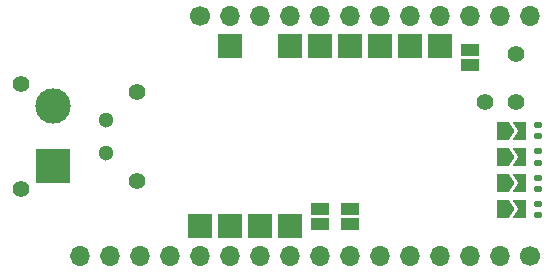
<source format=gbr>
%TF.GenerationSoftware,KiCad,Pcbnew,7.0.7*%
%TF.CreationDate,2023-08-17T11:34:17-04:00*%
%TF.ProjectId,adin1110-featherwing,6164696e-3131-4313-902d-666561746865,rev?*%
%TF.SameCoordinates,Original*%
%TF.FileFunction,Soldermask,Bot*%
%TF.FilePolarity,Negative*%
%FSLAX46Y46*%
G04 Gerber Fmt 4.6, Leading zero omitted, Abs format (unit mm)*
G04 Created by KiCad (PCBNEW 7.0.7) date 2023-08-17 11:34:17*
%MOMM*%
%LPD*%
G01*
G04 APERTURE LIST*
G04 Aperture macros list*
%AMRoundRect*
0 Rectangle with rounded corners*
0 $1 Rounding radius*
0 $2 $3 $4 $5 $6 $7 $8 $9 X,Y pos of 4 corners*
0 Add a 4 corners polygon primitive as box body*
4,1,4,$2,$3,$4,$5,$6,$7,$8,$9,$2,$3,0*
0 Add four circle primitives for the rounded corners*
1,1,$1+$1,$2,$3*
1,1,$1+$1,$4,$5*
1,1,$1+$1,$6,$7*
1,1,$1+$1,$8,$9*
0 Add four rect primitives between the rounded corners*
20,1,$1+$1,$2,$3,$4,$5,0*
20,1,$1+$1,$4,$5,$6,$7,0*
20,1,$1+$1,$6,$7,$8,$9,0*
20,1,$1+$1,$8,$9,$2,$3,0*%
%AMFreePoly0*
4,1,6,1.000000,0.000000,0.500000,-0.750000,-0.500000,-0.750000,-0.500000,0.750000,0.500000,0.750000,1.000000,0.000000,1.000000,0.000000,$1*%
%AMFreePoly1*
4,1,6,0.500000,-0.750000,-0.650000,-0.750000,-0.150000,0.000000,-0.650000,0.750000,0.500000,0.750000,0.500000,-0.750000,0.500000,-0.750000,$1*%
G04 Aperture macros list end*
%ADD10R,2.000000X2.000000*%
%ADD11C,1.400000*%
%ADD12R,3.000000X3.000000*%
%ADD13C,3.000000*%
%ADD14C,1.300000*%
%ADD15C,1.700000*%
%ADD16O,1.700000X1.700000*%
%ADD17R,1.500000X1.000000*%
%ADD18FreePoly0,0.000000*%
%ADD19FreePoly1,0.000000*%
%ADD20RoundRect,0.147500X-0.172500X0.147500X-0.172500X-0.147500X0.172500X-0.147500X0.172500X0.147500X0*%
G04 APERTURE END LIST*
D10*
%TO.C,*%
X156210000Y-100330000D03*
%TD*%
%TO.C,*%
X153670000Y-100330000D03*
%TD*%
%TO.C,*%
X151130000Y-100330000D03*
%TD*%
%TO.C,*%
X148590000Y-100330000D03*
%TD*%
%TO.C,*%
X168910000Y-85090000D03*
%TD*%
%TO.C,*%
X166370000Y-85090000D03*
%TD*%
%TO.C,*%
X163830000Y-85090000D03*
%TD*%
%TO.C,*%
X161290000Y-85090000D03*
%TD*%
%TO.C,*%
X158750000Y-85090000D03*
%TD*%
%TO.C,*%
X156210000Y-85090000D03*
%TD*%
%TO.C,REF\u002A\u002A*%
X151130000Y-85090000D03*
%TD*%
D11*
%TO.C,TP4*%
X175310800Y-85750400D03*
%TD*%
%TO.C,TP2*%
X175310800Y-89814400D03*
%TD*%
%TO.C,TP3*%
X172720000Y-89814400D03*
%TD*%
D12*
%TO.C,J3*%
X136085000Y-95250000D03*
D13*
X136085000Y-90170000D03*
%TD*%
D14*
%TO.C,J4*%
X140589000Y-94110000D03*
X140589000Y-91310000D03*
D11*
X133439000Y-88260000D03*
X133439000Y-97160000D03*
X143189000Y-88910000D03*
X143189000Y-96510000D03*
%TD*%
D15*
%TO.C,J2*%
X148590000Y-82550000D03*
D16*
X151130000Y-82550000D03*
X153670000Y-82550000D03*
X156210000Y-82550000D03*
X158750000Y-82550000D03*
X161290000Y-82550000D03*
X163830000Y-82550000D03*
X166370000Y-82550000D03*
X168910000Y-82550000D03*
X171450000Y-82550000D03*
X173990000Y-82550000D03*
X176530000Y-82550000D03*
%TD*%
D15*
%TO.C,J1*%
X176530000Y-102870000D03*
D16*
X173990000Y-102870000D03*
X171450000Y-102870000D03*
X168910000Y-102870000D03*
X166370000Y-102870000D03*
X163830000Y-102870000D03*
X161290000Y-102870000D03*
X158750000Y-102870000D03*
X156210000Y-102870000D03*
X153670000Y-102870000D03*
X151130000Y-102870000D03*
X148590000Y-102870000D03*
X146050000Y-102870000D03*
X143510000Y-102870000D03*
X140970000Y-102870000D03*
X138430000Y-102870000D03*
%TD*%
D17*
%TO.C,JP1*%
X158750000Y-98816400D03*
X158750000Y-100116400D03*
%TD*%
D18*
%TO.C,JP5*%
X174204800Y-92227400D03*
D19*
X175654800Y-92227400D03*
%TD*%
D18*
%TO.C,JP7*%
X174204800Y-98882198D03*
D19*
X175654800Y-98882198D03*
%TD*%
D18*
%TO.C,JP6*%
X174204800Y-94445666D03*
D19*
X175654800Y-94445666D03*
%TD*%
D20*
%TO.C,R13*%
X177139600Y-91742400D03*
X177139600Y-92712400D03*
%TD*%
D17*
%TO.C,JP2*%
X171450000Y-86654400D03*
X171450000Y-85354400D03*
%TD*%
D18*
%TO.C,JP4*%
X174204800Y-96663932D03*
D19*
X175654800Y-96663932D03*
%TD*%
D20*
%TO.C,R18*%
X177139600Y-98422600D03*
X177139600Y-99392600D03*
%TD*%
%TO.C,R10*%
X177139600Y-96187400D03*
X177139600Y-97157400D03*
%TD*%
D17*
%TO.C,JP3*%
X161290000Y-98816400D03*
X161290000Y-100116400D03*
%TD*%
D20*
%TO.C,R16*%
X177139600Y-93952200D03*
X177139600Y-94922200D03*
%TD*%
M02*

</source>
